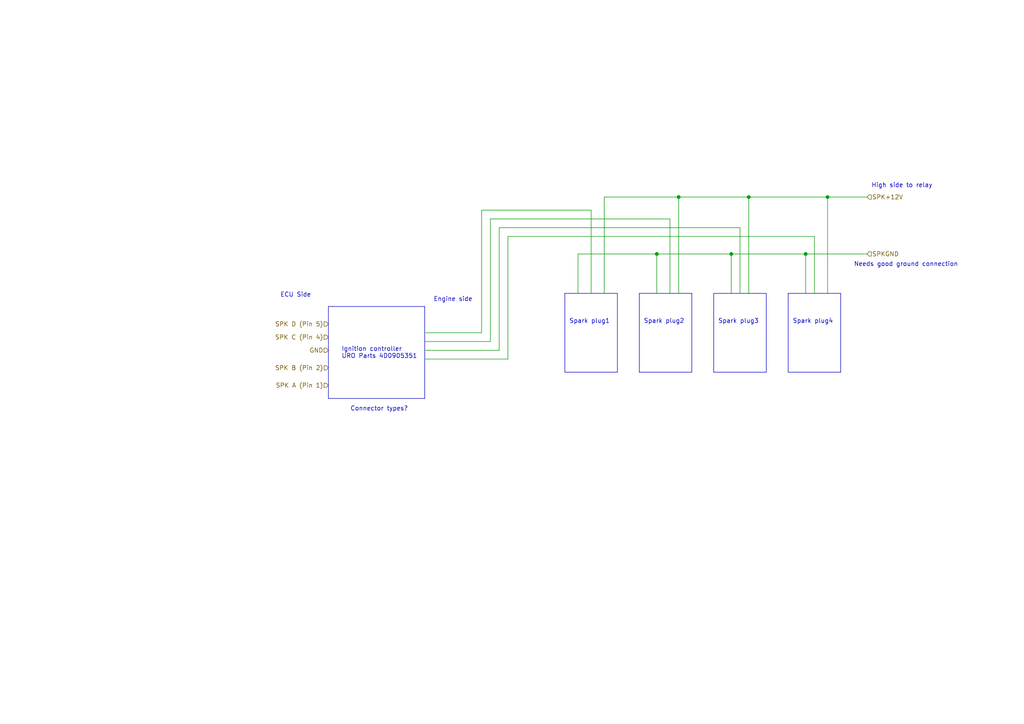
<source format=kicad_sch>
(kicad_sch (version 20230121) (generator eeschema)
  (paper "A4")
  (lib_symbols)
  (junction (at 233.68 73.66))
  (junction (at 240.03 57.15))
  (junction (at 217.17 57.15))
  (junction (at 190.5 73.66))
  (junction (at 196.85 57.15))
  (junction (at 212.09 73.66))
  (wire (pts (xy 142.24 63.5) (xy 142.24 99.06)))
  (wire (pts (xy 175.26 57.15) (xy 196.85 57.15)))
  (wire (pts (xy 196.85 85.09) (xy 196.85 57.15)))
  (wire (pts (xy 240.03 57.15) (xy 251.46 57.15)))
  (polyline (pts (xy 185.42 85.09) (xy 185.42 86.36)))
  (wire (pts (xy 167.64 85.09) (xy 167.64 73.66)))
  (wire (pts (xy 233.68 73.66) (xy 251.46 73.66)))
  (polyline (pts (xy 222.25 85.09) (xy 207.01 85.09)))
  (wire (pts (xy 123.19 101.6) (xy 144.78 101.6)))
  (polyline (pts (xy 95.25 88.9) (xy 96.52 88.9)))
  (polyline (pts (xy 163.83 85.09) (xy 163.83 86.36)))
  (polyline (pts (xy 200.66 85.09) (xy 185.42 85.09)))
  (polyline (pts (xy 163.83 107.95) (xy 179.07 107.95)))
  (wire (pts (xy 194.31 63.5) (xy 142.24 63.5)))
  (wire (pts (xy 190.5 85.09) (xy 190.5 73.66)))
  (wire (pts (xy 171.45 85.09) (xy 171.45 60.96)))
  (wire (pts (xy 212.09 73.66) (xy 190.5 73.66)))
  (polyline (pts (xy 185.42 107.95) (xy 200.66 107.95)))
  (wire (pts (xy 233.68 73.66) (xy 233.68 85.09)))
  (wire (pts (xy 147.32 68.58) (xy 147.32 104.14)))
  (polyline (pts (xy 179.07 107.95) (xy 179.07 85.09)))
  (polyline (pts (xy 228.6 86.36) (xy 228.6 107.95)))
  (wire (pts (xy 123.19 104.14) (xy 147.32 104.14)))
  (polyline (pts (xy 207.01 107.95) (xy 222.25 107.95)))
  (wire (pts (xy 167.64 73.66) (xy 190.5 73.66)))
  (wire (pts (xy 123.19 96.52) (xy 139.7 96.52)))
  (polyline (pts (xy 123.19 115.57) (xy 95.25 115.57)))
  (wire (pts (xy 144.78 66.04) (xy 144.78 101.6)))
  (wire (pts (xy 233.68 73.66) (xy 212.09 73.66)))
  (wire (pts (xy 171.45 60.96) (xy 139.7 60.96)))
  (wire (pts (xy 214.63 66.04) (xy 144.78 66.04)))
  (polyline (pts (xy 95.25 88.9) (xy 95.25 115.57)))
  (polyline (pts (xy 96.52 88.9) (xy 123.19 88.9)))
  (wire (pts (xy 240.03 57.15) (xy 240.03 85.09)))
  (polyline (pts (xy 179.07 85.09) (xy 163.83 85.09)))
  (polyline (pts (xy 207.01 86.36) (xy 207.01 107.95)))
  (polyline (pts (xy 123.19 88.9) (xy 123.19 115.57)))
  (wire (pts (xy 175.26 57.15) (xy 175.26 85.09)))
  (polyline (pts (xy 222.25 107.95) (xy 222.25 85.09)))
  (wire (pts (xy 236.22 68.58) (xy 147.32 68.58)))
  (wire (pts (xy 217.17 57.15) (xy 240.03 57.15)))
  (polyline (pts (xy 228.6 85.09) (xy 228.6 86.36)))
  (wire (pts (xy 217.17 85.09) (xy 217.17 57.15)))
  (polyline (pts (xy 163.83 86.36) (xy 163.83 107.95)))
  (wire (pts (xy 236.22 85.09) (xy 236.22 68.58)))
  (wire (pts (xy 194.31 85.09) (xy 194.31 63.5)))
  (wire (pts (xy 196.85 57.15) (xy 217.17 57.15)))
  (wire (pts (xy 212.09 73.66) (xy 212.09 85.09)))
  (wire (pts (xy 214.63 85.09) (xy 214.63 66.04)))
  (polyline (pts (xy 243.84 85.09) (xy 228.6 85.09)))
  (polyline (pts (xy 185.42 86.36) (xy 185.42 107.95)))
  (polyline (pts (xy 243.84 107.95) (xy 243.84 85.09)))
  (wire (pts (xy 139.7 60.96) (xy 139.7 96.52)))
  (polyline (pts (xy 207.01 85.09) (xy 207.01 86.36)))
  (polyline (pts (xy 200.66 107.95) (xy 200.66 85.09)))
  (polyline (pts (xy 228.6 107.95) (xy 243.84 107.95)))
  (wire (pts (xy 123.19 99.06) (xy 142.24 99.06)))
  (text "Ignition controller\nURO Parts 4D0905351" (at 99.06 104.14 0) (effects (font (size 1.27 1.27)) (justify left bottom)))
  (text "Engine side" (at 125.73 87.63 0) (effects (font (size 1.27 1.27)) (justify left bottom)))
  (text "Spark plug2\n" (at 186.69 93.98 0) (effects (font (size 1.27 1.27)) (justify left bottom)))
  (text "ECU Side" (at 81.28 86.36 0) (effects (font (size 1.27 1.27)) (justify left bottom)))
  (text "High side to relay" (at 252.73 54.61 0) (effects (font (size 1.27 1.27)) (justify left bottom)))
  (text "Spark plug3" (at 208.28 93.98 0) (effects (font (size 1.27 1.27)) (justify left bottom)))
  (text "Connector types?\n" (at 101.6 119.38 0) (effects (font (size 1.27 1.27)) (justify left bottom)))
  (text "Needs good ground connection" (at 247.65 77.47 0) (effects (font (size 1.27 1.27)) (justify left bottom)))
  (text "Spark plug1" (at 165.1 93.98 0) (effects (font (size 1.27 1.27)) (justify left bottom)))
  (text "Spark plug4\n" (at 229.87 93.98 0) (effects (font (size 1.27 1.27)) (justify left bottom)))
  (hierarchical_label "SPK A (Pin 1)" (shape input) (at 95.25 111.76 180))
  (hierarchical_label "GND" (shape input) (at 95.25 101.6 180))
  (hierarchical_label "SPKGND" (shape input) (at 251.46 73.66 0))
  (hierarchical_label "SPK C (Pin 4)" (shape input) (at 95.25 97.79 180))
  (hierarchical_label "SPK D (Pin 5)" (shape input) (at 95.25 93.98 180))
  (hierarchical_label "SPK+12V" (shape input) (at 251.46 57.15 0))
  (hierarchical_label "SPK B (Pin 2)" (shape input) (at 95.25 106.68 180))
)
</source>
